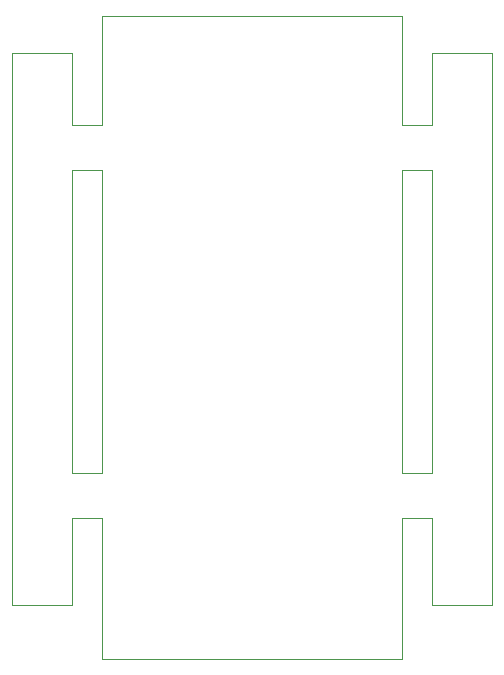
<source format=gbr>
G04 #@! TF.GenerationSoftware,KiCad,Pcbnew,(5.1.12-1-10_14)*
G04 #@! TF.CreationDate,2021-12-27T13:20:27-05:00*
G04 #@! TF.ProjectId,ledtrix,6c656474-7269-4782-9e6b-696361645f70,rev?*
G04 #@! TF.SameCoordinates,Original*
G04 #@! TF.FileFunction,Profile,NP*
%FSLAX46Y46*%
G04 Gerber Fmt 4.6, Leading zero omitted, Abs format (unit mm)*
G04 Created by KiCad (PCBNEW (5.1.12-1-10_14)) date 2021-12-27 13:20:27*
%MOMM*%
%LPD*%
G01*
G04 APERTURE LIST*
G04 #@! TA.AperFunction,Profile*
%ADD10C,0.050000*%
G04 #@! TD*
G04 APERTURE END LIST*
D10*
X177200000Y-56584990D02*
X177200000Y-57970990D01*
X202600000Y-59748990D02*
X202600000Y-57984990D01*
X202600000Y-108288390D02*
X202600000Y-110984990D01*
X177200000Y-110984990D02*
X202600000Y-110984990D01*
X177200000Y-108284990D02*
X177200000Y-110984990D01*
X202600000Y-56584990D02*
X177200000Y-56584990D01*
X202600000Y-57984990D02*
X202600000Y-56584990D01*
X202600000Y-108288390D02*
X202600000Y-106484990D01*
X177200000Y-106484990D02*
X177200000Y-108288390D01*
X177200000Y-59748990D02*
X177200000Y-57970990D01*
X202600000Y-95308990D02*
X202600000Y-69654990D01*
X205140000Y-95308990D02*
X202600000Y-95308990D01*
X205140000Y-69654990D02*
X205140000Y-95308990D01*
X202600000Y-69654990D02*
X205140000Y-69654990D01*
X174660000Y-95308990D02*
X174660000Y-69654990D01*
X177200000Y-95308990D02*
X174660000Y-95308990D01*
X177200000Y-69654990D02*
X177200000Y-95308990D01*
X174660000Y-69654990D02*
X177200000Y-69654990D01*
X169580000Y-59748990D02*
X174660000Y-59748990D01*
X169580000Y-106484990D02*
X169580000Y-59748990D01*
X174660000Y-106484990D02*
X169580000Y-106484990D01*
X174660000Y-99118990D02*
X174660000Y-106484990D01*
X177200000Y-99118990D02*
X174660000Y-99118990D01*
X177200000Y-106484990D02*
X177200000Y-99118990D01*
X202600000Y-99118990D02*
X202600000Y-106484990D01*
X205140000Y-99118990D02*
X202600000Y-99118990D01*
X205140000Y-106484990D02*
X205140000Y-99118990D01*
X210220000Y-106484990D02*
X205140000Y-106484990D01*
X210220000Y-59748990D02*
X210220000Y-106484990D01*
X205140000Y-59748990D02*
X210220000Y-59748990D01*
X205140000Y-65844990D02*
X205140000Y-59748990D01*
X202600000Y-65844990D02*
X205140000Y-65844990D01*
X202600000Y-59748990D02*
X202600000Y-65844990D01*
X177200000Y-65844990D02*
X177200000Y-59748990D01*
X174660000Y-65844990D02*
X177200000Y-65844990D01*
X174660000Y-59748990D02*
X174660000Y-65844990D01*
M02*

</source>
